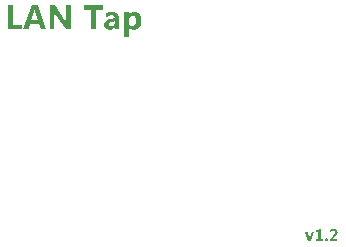
<source format=gbo>
G04 Layer_Color=32896*
%FSLAX25Y25*%
%MOIN*%
G70*
G01*
G75*
G36*
X344000Y313000D02*
X348705D01*
Y314387D01*
X345711D01*
Y321009D01*
X344000D01*
Y313000D01*
D02*
G37*
G36*
X357764D02*
X359384D01*
Y317549D01*
Y317860D01*
X359371Y318119D01*
Y318339D01*
X359358Y318521D01*
X359345Y318651D01*
Y318754D01*
X359332Y318819D01*
Y318832D01*
X359358D01*
X359409Y318728D01*
X359474Y318625D01*
X359604Y318417D01*
X359656Y318327D01*
X359707Y318249D01*
X359733Y318197D01*
X359746Y318184D01*
X363142Y313000D01*
X364892D01*
Y321009D01*
X363271D01*
Y316447D01*
Y316162D01*
X363284Y315929D01*
Y315735D01*
X363297Y315579D01*
X363310Y315462D01*
Y315385D01*
X363323Y315346D01*
Y315333D01*
X363297D01*
X363259Y315398D01*
X363207Y315488D01*
X363142Y315592D01*
X363064Y315696D01*
X362999Y315799D01*
X362948Y315890D01*
X362909Y315942D01*
X362896Y315968D01*
X359630Y321009D01*
X357764D01*
Y313000D01*
D02*
G37*
G36*
X348925D02*
X350778D01*
X351374Y314827D01*
X354290D01*
X354886Y313000D01*
X356753D01*
X353875Y321009D01*
X351867D01*
X348925Y313000D01*
D02*
G37*
G36*
X385848Y318845D02*
X385641Y318819D01*
X385459Y318767D01*
X385278Y318702D01*
X385109Y318625D01*
X384954Y318534D01*
X384824Y318443D01*
X384694Y318353D01*
X384578Y318262D01*
X384487Y318171D01*
X384409Y318080D01*
X384331Y318003D01*
X384280Y317938D01*
X384241Y317886D01*
X384228Y317860D01*
X384215Y317847D01*
X384189D01*
Y318715D01*
X382517D01*
Y310369D01*
X384189D01*
Y313687D01*
X384215D01*
X384319Y313544D01*
X384435Y313415D01*
X384565Y313311D01*
X384694Y313220D01*
X384824Y313143D01*
X384954Y313065D01*
X385213Y312974D01*
X385446Y312909D01*
X385550Y312896D01*
X385641Y312883D01*
X385705Y312870D01*
X385809D01*
X386016Y312883D01*
X386224Y312909D01*
X386405Y312948D01*
X386587Y313000D01*
X386911Y313143D01*
X387053Y313220D01*
X387170Y313298D01*
X387286Y313376D01*
X387390Y313454D01*
X387481Y313531D01*
X387546Y313596D01*
X387597Y313648D01*
X387636Y313687D01*
X387662Y313713D01*
X387675Y313726D01*
X387805Y313894D01*
X387921Y314076D01*
X388012Y314257D01*
X388090Y314452D01*
X388219Y314827D01*
X388310Y315190D01*
X388336Y315359D01*
X388362Y315514D01*
X388375Y315657D01*
X388388Y315786D01*
X388401Y315877D01*
Y315955D01*
Y316007D01*
Y316020D01*
X388388Y316253D01*
X388375Y316486D01*
X388349Y316694D01*
X388310Y316901D01*
X388258Y317082D01*
X388207Y317251D01*
X388155Y317406D01*
X388090Y317549D01*
X388038Y317679D01*
X387973Y317782D01*
X387921Y317873D01*
X387883Y317951D01*
X387831Y318016D01*
X387805Y318054D01*
X387792Y318080D01*
X387779Y318093D01*
X387662Y318223D01*
X387533Y318353D01*
X387390Y318443D01*
X387247Y318534D01*
X387105Y318612D01*
X386962Y318676D01*
X386690Y318767D01*
X386444Y318819D01*
X386340Y318832D01*
X386250Y318845D01*
X386172Y318858D01*
X386068D01*
X385848Y318845D01*
D02*
G37*
G36*
X369168Y319610D02*
X371449D01*
Y313000D01*
X373160D01*
Y319610D01*
X375454D01*
Y321009D01*
X369168D01*
Y319610D01*
D02*
G37*
G36*
X444017Y242500D02*
X444963D01*
X446039Y245358D01*
X445164D01*
X444627Y243543D01*
X444601Y243446D01*
X444581Y243355D01*
X444562Y243271D01*
X444549Y243200D01*
X444542Y243142D01*
X444536Y243103D01*
X444529Y243070D01*
Y243064D01*
X444516D01*
X444510Y243142D01*
X444497Y243226D01*
X444477Y243310D01*
X444464Y243388D01*
X444445Y243453D01*
X444432Y243511D01*
X444426Y243543D01*
X444419Y243556D01*
X443894Y245358D01*
X443000D01*
X444017Y242500D01*
D02*
G37*
G36*
X449992Y243310D02*
X449927Y243297D01*
X449869Y243278D01*
X449817Y243252D01*
X449772Y243226D01*
X449739Y243206D01*
X449720Y243193D01*
X449713Y243187D01*
X449661Y243135D01*
X449629Y243083D01*
X449603Y243031D01*
X449584Y242980D01*
X449571Y242941D01*
X449564Y242902D01*
Y242876D01*
Y242869D01*
X449571Y242805D01*
X449584Y242740D01*
X449610Y242688D01*
X449636Y242643D01*
X449661Y242610D01*
X449687Y242578D01*
X449700Y242565D01*
X449707Y242558D01*
X449765Y242519D01*
X449823Y242487D01*
X449882Y242468D01*
X449940Y242448D01*
X449985Y242442D01*
X450024Y242435D01*
X450057D01*
X450135Y242442D01*
X450206Y242455D01*
X450264Y242474D01*
X450316Y242494D01*
X450355Y242513D01*
X450387Y242532D01*
X450407Y242545D01*
X450413Y242552D01*
X450458Y242604D01*
X450497Y242655D01*
X450523Y242707D01*
X450536Y242759D01*
X450549Y242805D01*
X450556Y242837D01*
Y242863D01*
Y242869D01*
X450549Y242941D01*
X450536Y242999D01*
X450510Y243057D01*
X450484Y243103D01*
X450458Y243135D01*
X450433Y243167D01*
X450420Y243180D01*
X450413Y243187D01*
X450355Y243232D01*
X450296Y243265D01*
X450245Y243284D01*
X450186Y243303D01*
X450141Y243310D01*
X450102Y243317D01*
X450070D01*
X449992Y243310D01*
D02*
G37*
G36*
X452370Y246569D02*
X452253Y246563D01*
X452033Y246524D01*
X451929Y246498D01*
X451832Y246466D01*
X451742Y246433D01*
X451664Y246407D01*
X451586Y246375D01*
X451521Y246343D01*
X451463Y246310D01*
X451411Y246284D01*
X451372Y246265D01*
X451346Y246245D01*
X451327Y246239D01*
X451320Y246233D01*
Y245487D01*
X451411Y245559D01*
X451502Y245623D01*
X451592Y245682D01*
X451677Y245727D01*
X451767Y245766D01*
X451845Y245798D01*
X452001Y245850D01*
X452066Y245870D01*
X452130Y245883D01*
X452182Y245889D01*
X452227Y245896D01*
X452266Y245902D01*
X452318D01*
X452428Y245896D01*
X452519Y245876D01*
X452603Y245850D01*
X452675Y245811D01*
X452733Y245772D01*
X452785Y245721D01*
X452824Y245669D01*
X452856Y245617D01*
X452882Y245565D01*
X452901Y245513D01*
X452914Y245461D01*
X452927Y245423D01*
Y245384D01*
X452934Y245358D01*
Y245338D01*
Y245332D01*
X452927Y245241D01*
X452908Y245150D01*
X452888Y245066D01*
X452863Y244988D01*
X452830Y244930D01*
X452811Y244878D01*
X452791Y244852D01*
X452785Y244839D01*
X452720Y244749D01*
X452649Y244651D01*
X452564Y244554D01*
X452480Y244463D01*
X452402Y244386D01*
X452338Y244321D01*
X452312Y244295D01*
X452292Y244275D01*
X452286Y244269D01*
X452279Y244263D01*
X451126Y243155D01*
Y242500D01*
X453744D01*
Y243193D01*
X452085D01*
Y243206D01*
X452921Y243965D01*
X453070Y244107D01*
X453206Y244250D01*
X453316Y244386D01*
X453413Y244522D01*
X453498Y244645D01*
X453569Y244768D01*
X453627Y244885D01*
X453673Y244988D01*
X453705Y245086D01*
X453731Y245176D01*
X453750Y245248D01*
X453763Y245312D01*
X453770Y245364D01*
X453776Y245403D01*
Y245429D01*
Y245435D01*
X453770Y245533D01*
X453763Y245623D01*
X453724Y245792D01*
X453666Y245934D01*
X453601Y246058D01*
X453537Y246148D01*
X453511Y246187D01*
X453478Y246219D01*
X453459Y246239D01*
X453439Y246258D01*
X453433Y246265D01*
X453426Y246271D01*
X453362Y246323D01*
X453290Y246375D01*
X453135Y246446D01*
X452979Y246505D01*
X452830Y246537D01*
X452701Y246563D01*
X452642Y246569D01*
X452590D01*
X452552Y246576D01*
X452493D01*
X452370Y246569D01*
D02*
G37*
G36*
X446493Y246219D02*
Y245533D01*
X447355Y245727D01*
Y243161D01*
X446519D01*
Y242500D01*
X449020D01*
Y243161D01*
X448190D01*
Y246576D01*
X446493Y246219D01*
D02*
G37*
G36*
X378305Y318832D02*
X378124Y318819D01*
X377955Y318793D01*
X377800Y318767D01*
X377670Y318741D01*
X377592Y318728D01*
X377579Y318715D01*
X377566D01*
X377333Y318664D01*
X377126Y318612D01*
X376957Y318547D01*
X376802Y318495D01*
X376685Y318443D01*
X376607Y318404D01*
X376543Y318378D01*
X376530Y318365D01*
Y317082D01*
X376698Y317186D01*
X376880Y317290D01*
X377217Y317445D01*
X377540Y317549D01*
X377839Y317627D01*
X377968Y317653D01*
X378085Y317679D01*
X378201Y317691D01*
X378292D01*
X378357Y317705D01*
X378461D01*
X378642Y317691D01*
X378798Y317666D01*
X378940Y317614D01*
X379057Y317549D01*
X379160Y317471D01*
X379251Y317393D01*
X379316Y317303D01*
X379368Y317212D01*
X379446Y317018D01*
X379485Y316862D01*
X379497Y316797D01*
Y316745D01*
Y316720D01*
Y316707D01*
X377929Y316499D01*
X377579Y316434D01*
X377281Y316344D01*
X377022Y316227D01*
X376789Y316085D01*
X376594Y315929D01*
X376439Y315773D01*
X376309Y315605D01*
X376206Y315437D01*
X376128Y315268D01*
X376063Y315112D01*
X376024Y314970D01*
X375985Y314840D01*
X375972Y314737D01*
X375959Y314659D01*
Y314594D01*
Y314581D01*
X375985Y314296D01*
X376037Y314050D01*
X376115Y313829D01*
X376206Y313648D01*
X376296Y313505D01*
X376374Y313402D01*
X376426Y313350D01*
X376452Y313324D01*
X376646Y313169D01*
X376867Y313065D01*
X377087Y312987D01*
X377294Y312922D01*
X377476Y312896D01*
X377631Y312883D01*
X377683Y312870D01*
X377761D01*
X377968Y312883D01*
X378163Y312909D01*
X378344Y312961D01*
X378500Y313026D01*
X378655Y313091D01*
X378798Y313169D01*
X378927Y313259D01*
X379044Y313350D01*
X379135Y313441D01*
X379225Y313531D01*
X379303Y313609D01*
X379368Y313674D01*
X379407Y313739D01*
X379446Y313791D01*
X379471Y313816D01*
Y313829D01*
X379485D01*
Y313000D01*
X381079D01*
Y316447D01*
Y316668D01*
X381053Y316875D01*
X381014Y317069D01*
X380975Y317238D01*
X380858Y317562D01*
X380703Y317847D01*
X380521Y318080D01*
X380314Y318275D01*
X380107Y318430D01*
X379886Y318560D01*
X379653Y318651D01*
X379446Y318728D01*
X379238Y318780D01*
X379057Y318819D01*
X378901Y318845D01*
X378785Y318858D01*
X378500D01*
X378305Y318832D01*
D02*
G37*
%LPC*%
G36*
X352800Y319636D02*
X352852D01*
X352865Y319480D01*
X352878Y319337D01*
X352904Y319221D01*
X352917Y319117D01*
X352942Y319039D01*
X352955Y318987D01*
X352968Y318949D01*
Y318936D01*
X353889Y316149D01*
X351750D01*
X352657Y318949D01*
X352735Y319195D01*
X352748Y319311D01*
X352774Y319415D01*
X352787Y319506D01*
X352800Y319571D01*
Y319623D01*
Y319636D01*
D02*
G37*
G36*
X385368Y317575D02*
X385459D01*
X385679Y317562D01*
X385861Y317510D01*
X386029Y317432D01*
X386159Y317329D01*
X386276Y317212D01*
X386379Y317082D01*
X386457Y316940D01*
X386522Y316797D01*
X386574Y316642D01*
X386613Y316499D01*
X386638Y316370D01*
X386664Y316253D01*
Y316149D01*
X386677Y316072D01*
Y316020D01*
Y316007D01*
X386664Y315696D01*
X386625Y315411D01*
X386561Y315177D01*
X386509Y314983D01*
X386444Y314827D01*
X386379Y314711D01*
X386340Y314646D01*
X386327Y314620D01*
X386185Y314464D01*
X386029Y314348D01*
X385861Y314257D01*
X385705Y314205D01*
X385576Y314166D01*
X385459Y314153D01*
X385381Y314141D01*
X385355D01*
X385161Y314153D01*
X384993Y314205D01*
X384850Y314270D01*
X384720Y314335D01*
X384617Y314413D01*
X384552Y314464D01*
X384500Y314516D01*
X384487Y314529D01*
X384383Y314685D01*
X384306Y314853D01*
X384241Y315022D01*
X384202Y315177D01*
X384176Y315320D01*
X384163Y315423D01*
Y315501D01*
Y315514D01*
Y315527D01*
Y316020D01*
X384176Y316266D01*
X384215Y316486D01*
X384280Y316681D01*
X384345Y316836D01*
X384409Y316966D01*
X384474Y317056D01*
X384513Y317121D01*
X384526Y317134D01*
X384668Y317277D01*
X384824Y317393D01*
X384980Y317471D01*
X385135Y317523D01*
X385265Y317549D01*
X385368Y317575D01*
D02*
G37*
G36*
X379497Y315722D02*
Y315320D01*
X379485Y315125D01*
X379446Y314944D01*
X379394Y314789D01*
X379329Y314659D01*
X379264Y314555D01*
X379212Y314477D01*
X379173Y314426D01*
X379160Y314413D01*
X379031Y314296D01*
X378888Y314205D01*
X378759Y314141D01*
X378629Y314102D01*
X378513Y314076D01*
X378422Y314050D01*
X378331D01*
X378201Y314063D01*
X378085Y314076D01*
X377981Y314115D01*
X377890Y314153D01*
X377826Y314179D01*
X377774Y314218D01*
X377748Y314231D01*
X377735Y314244D01*
X377657Y314322D01*
X377605Y314413D01*
X377566Y314503D01*
X377540Y314594D01*
X377527Y314659D01*
X377515Y314724D01*
Y314763D01*
Y314775D01*
X377527Y314892D01*
X377553Y315009D01*
X377592Y315112D01*
X377657Y315190D01*
X377800Y315333D01*
X377968Y315437D01*
X378137Y315514D01*
X378279Y315566D01*
X378344Y315579D01*
X378383D01*
X378409Y315592D01*
X378422D01*
X379497Y315722D01*
D02*
G37*
%LPD*%
M02*

</source>
